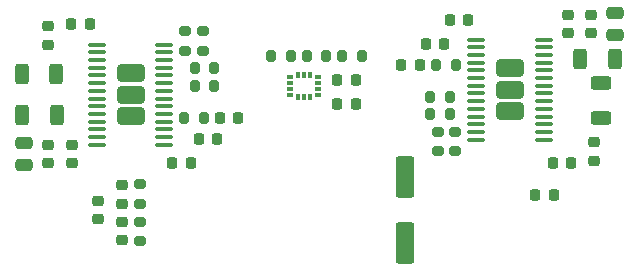
<source format=gbr>
%TF.GenerationSoftware,KiCad,Pcbnew,9.0.7*%
%TF.CreationDate,2026-01-26T16:26:35+01:00*%
%TF.ProjectId,Projet 6 KICAD CLS COMPLET,50726f6a-6574-4203-9620-4b4943414420,rev?*%
%TF.SameCoordinates,Original*%
%TF.FileFunction,Paste,Top*%
%TF.FilePolarity,Positive*%
%FSLAX46Y46*%
G04 Gerber Fmt 4.6, Leading zero omitted, Abs format (unit mm)*
G04 Created by KiCad (PCBNEW 9.0.7) date 2026-01-26 16:26:35*
%MOMM*%
%LPD*%
G01*
G04 APERTURE LIST*
G04 Aperture macros list*
%AMRoundRect*
0 Rectangle with rounded corners*
0 $1 Rounding radius*
0 $2 $3 $4 $5 $6 $7 $8 $9 X,Y pos of 4 corners*
0 Add a 4 corners polygon primitive as box body*
4,1,4,$2,$3,$4,$5,$6,$7,$8,$9,$2,$3,0*
0 Add four circle primitives for the rounded corners*
1,1,$1+$1,$2,$3*
1,1,$1+$1,$4,$5*
1,1,$1+$1,$6,$7*
1,1,$1+$1,$8,$9*
0 Add four rect primitives between the rounded corners*
20,1,$1+$1,$2,$3,$4,$5,0*
20,1,$1+$1,$4,$5,$6,$7,0*
20,1,$1+$1,$6,$7,$8,$9,0*
20,1,$1+$1,$8,$9,$2,$3,0*%
G04 Aperture macros list end*
%ADD10RoundRect,0.225000X0.225000X0.250000X-0.225000X0.250000X-0.225000X-0.250000X0.225000X-0.250000X0*%
%ADD11RoundRect,0.225000X0.250000X-0.225000X0.250000X0.225000X-0.250000X0.225000X-0.250000X-0.225000X0*%
%ADD12RoundRect,0.225000X-0.225000X-0.250000X0.225000X-0.250000X0.225000X0.250000X-0.225000X0.250000X0*%
%ADD13RoundRect,0.225000X-0.250000X0.225000X-0.250000X-0.225000X0.250000X-0.225000X0.250000X0.225000X0*%
%ADD14RoundRect,0.218750X0.256250X-0.218750X0.256250X0.218750X-0.256250X0.218750X-0.256250X-0.218750X0*%
%ADD15RoundRect,0.250000X0.475000X-0.250000X0.475000X0.250000X-0.475000X0.250000X-0.475000X-0.250000X0*%
%ADD16RoundRect,0.200000X0.275000X-0.200000X0.275000X0.200000X-0.275000X0.200000X-0.275000X-0.200000X0*%
%ADD17RoundRect,0.218750X-0.218750X-0.256250X0.218750X-0.256250X0.218750X0.256250X-0.218750X0.256250X0*%
%ADD18RoundRect,0.200000X-0.200000X-0.275000X0.200000X-0.275000X0.200000X0.275000X-0.200000X0.275000X0*%
%ADD19RoundRect,0.250000X-0.550000X1.500000X-0.550000X-1.500000X0.550000X-1.500000X0.550000X1.500000X0*%
%ADD20RoundRect,0.218750X-0.256250X0.218750X-0.256250X-0.218750X0.256250X-0.218750X0.256250X0.218750X0*%
%ADD21RoundRect,0.200000X-0.275000X0.200000X-0.275000X-0.200000X0.275000X-0.200000X0.275000X0.200000X0*%
%ADD22RoundRect,0.200000X0.200000X0.275000X-0.200000X0.275000X-0.200000X-0.275000X0.200000X-0.275000X0*%
%ADD23RoundRect,0.250000X-0.475000X0.250000X-0.475000X-0.250000X0.475000X-0.250000X0.475000X0.250000X0*%
%ADD24RoundRect,0.250000X0.900000X0.475000X-0.900000X0.475000X-0.900000X-0.475000X0.900000X-0.475000X0*%
%ADD25RoundRect,0.100000X0.637500X0.100000X-0.637500X0.100000X-0.637500X-0.100000X0.637500X-0.100000X0*%
%ADD26RoundRect,0.250000X0.312500X0.625000X-0.312500X0.625000X-0.312500X-0.625000X0.312500X-0.625000X0*%
%ADD27RoundRect,0.250000X-0.900000X-0.475000X0.900000X-0.475000X0.900000X0.475000X-0.900000X0.475000X0*%
%ADD28RoundRect,0.100000X-0.637500X-0.100000X0.637500X-0.100000X0.637500X0.100000X-0.637500X0.100000X0*%
%ADD29RoundRect,0.218750X0.218750X0.256250X-0.218750X0.256250X-0.218750X-0.256250X0.218750X-0.256250X0*%
%ADD30R,0.610000X0.350000*%
%ADD31R,0.350000X0.610000*%
%ADD32RoundRect,0.250000X-0.312500X-0.625000X0.312500X-0.625000X0.312500X0.625000X-0.312500X0.625000X0*%
%ADD33RoundRect,0.250000X-0.625000X0.312500X-0.625000X-0.312500X0.625000X-0.312500X0.625000X0.312500X0*%
G04 APERTURE END LIST*
D10*
%TO.C,C23*%
X109525000Y-55750000D03*
X107975000Y-55750000D03*
%TD*%
D11*
%TO.C,C22*%
X106000000Y-57525000D03*
X106000000Y-55975000D03*
%TD*%
%TO.C,C18*%
X110250000Y-72275000D03*
X110250000Y-70725000D03*
%TD*%
D12*
%TO.C,C15*%
X118775000Y-65475000D03*
X120325000Y-65475000D03*
%TD*%
D13*
%TO.C,C13*%
X108000000Y-65975000D03*
X108000000Y-67525000D03*
%TD*%
%TO.C,C12*%
X106000000Y-65975000D03*
X106000000Y-67525000D03*
%TD*%
D10*
%TO.C,C11*%
X141575000Y-55390983D03*
X140025000Y-55390983D03*
%TD*%
D11*
%TO.C,C9*%
X150000000Y-56525000D03*
X150000000Y-54975000D03*
%TD*%
%TO.C,C8*%
X152000000Y-56525000D03*
X152000000Y-54975000D03*
%TD*%
D10*
%TO.C,C7*%
X139537500Y-57425000D03*
X137987500Y-57425000D03*
%TD*%
D12*
%TO.C,C6*%
X148725000Y-67500000D03*
X150275000Y-67500000D03*
%TD*%
D13*
%TO.C,C5*%
X152250000Y-65775000D03*
X152250000Y-67325000D03*
%TD*%
D12*
%TO.C,C4*%
X147275000Y-70250000D03*
X148825000Y-70250000D03*
%TD*%
%TO.C,C3*%
X116525000Y-67500000D03*
X118075000Y-67500000D03*
%TD*%
%TO.C,C2*%
X130495000Y-62500000D03*
X132045000Y-62500000D03*
%TD*%
%TO.C,C1*%
X130503378Y-60500000D03*
X132053378Y-60500000D03*
%TD*%
D14*
%TO.C,D3*%
X112250000Y-74075000D03*
X112250000Y-72500000D03*
%TD*%
D15*
%TO.C,C14*%
X154000000Y-56700000D03*
X154000000Y-54800000D03*
%TD*%
D16*
%TO.C,R14*%
X113750000Y-71000000D03*
X113750000Y-69350000D03*
%TD*%
D17*
%TO.C,D1*%
X135925000Y-59250000D03*
X137500000Y-59250000D03*
%TD*%
D18*
%TO.C,R1*%
X138362500Y-63425000D03*
X140012500Y-63425000D03*
%TD*%
D19*
%TO.C,C10*%
X136250000Y-68700000D03*
X136250000Y-74300000D03*
%TD*%
D20*
%TO.C,D4*%
X112250000Y-69425000D03*
X112250000Y-71000000D03*
%TD*%
D21*
%TO.C,R15*%
X117612500Y-56400000D03*
X117612500Y-58050000D03*
%TD*%
D22*
%TO.C,R2*%
X140012500Y-61925000D03*
X138362500Y-61925000D03*
%TD*%
D23*
%TO.C,C16*%
X104000000Y-65800000D03*
X104000000Y-67700000D03*
%TD*%
D18*
%TO.C,R8*%
X118425000Y-59500000D03*
X120075000Y-59500000D03*
%TD*%
%TO.C,R6*%
X130920000Y-58500000D03*
X132570000Y-58500000D03*
%TD*%
D21*
%TO.C,R7*%
X139025000Y-64882408D03*
X139025000Y-66532408D03*
%TD*%
D24*
%TO.C,U2*%
X145137500Y-63125000D03*
X145137500Y-61325000D03*
X145137500Y-59525000D03*
D25*
X148000000Y-65550000D03*
X148000000Y-64900000D03*
X148000000Y-64250000D03*
X148000000Y-63600000D03*
X148000000Y-62950000D03*
X148000000Y-62300000D03*
X148000000Y-61650000D03*
X148000000Y-61000000D03*
X148000000Y-60350000D03*
X148000000Y-59700000D03*
X148000000Y-59050000D03*
X148000000Y-58400000D03*
X148000000Y-57750000D03*
X148000000Y-57100000D03*
X142275000Y-57100000D03*
X142275000Y-57750000D03*
X142275000Y-58400000D03*
X142275000Y-59050000D03*
X142275000Y-59700000D03*
X142275000Y-60350000D03*
X142275000Y-61000000D03*
X142275000Y-61650000D03*
X142275000Y-62300000D03*
X142275000Y-62950000D03*
X142275000Y-63600000D03*
X142275000Y-64250000D03*
X142275000Y-64900000D03*
X142275000Y-65550000D03*
%TD*%
D22*
%TO.C,R16*%
X120075000Y-61000000D03*
X118425000Y-61000000D03*
%TD*%
%TO.C,R4*%
X129570000Y-58500000D03*
X127920000Y-58500000D03*
%TD*%
D21*
%TO.C,R13*%
X113750000Y-72500000D03*
X113750000Y-74150000D03*
%TD*%
D26*
%TO.C,R18*%
X154000000Y-58750000D03*
X151075000Y-58750000D03*
%TD*%
D16*
%TO.C,R9*%
X119112500Y-58050000D03*
X119112500Y-56400000D03*
%TD*%
%TO.C,R3*%
X140492164Y-66532408D03*
X140492164Y-64882408D03*
%TD*%
D27*
%TO.C,U1*%
X113000000Y-59950000D03*
X113000000Y-61750000D03*
X113000000Y-63550000D03*
D28*
X110137500Y-57525000D03*
X110137500Y-58175000D03*
X110137500Y-58825000D03*
X110137500Y-59475000D03*
X110137500Y-60125000D03*
X110137500Y-60775000D03*
X110137500Y-61425000D03*
X110137500Y-62075000D03*
X110137500Y-62725000D03*
X110137500Y-63375000D03*
X110137500Y-64025000D03*
X110137500Y-64675000D03*
X110137500Y-65325000D03*
X110137500Y-65975000D03*
X115862500Y-65975000D03*
X115862500Y-65325000D03*
X115862500Y-64675000D03*
X115862500Y-64025000D03*
X115862500Y-63375000D03*
X115862500Y-62725000D03*
X115862500Y-62075000D03*
X115862500Y-61425000D03*
X115862500Y-60775000D03*
X115862500Y-60125000D03*
X115862500Y-59475000D03*
X115862500Y-58825000D03*
X115862500Y-58175000D03*
X115862500Y-57525000D03*
%TD*%
D22*
%TO.C,R5*%
X126570000Y-58500000D03*
X124920000Y-58500000D03*
%TD*%
D29*
%TO.C,D2*%
X122126557Y-63725778D03*
X120551557Y-63725778D03*
%TD*%
D18*
%TO.C,R19*%
X138875000Y-59250000D03*
X140525000Y-59250000D03*
%TD*%
D22*
%TO.C,R12*%
X119187500Y-63725000D03*
X117537500Y-63725000D03*
%TD*%
D30*
%TO.C,U3*%
X126500000Y-60250000D03*
X126500000Y-60750000D03*
X126500000Y-61250000D03*
X126500000Y-61750000D03*
D31*
X127160000Y-61910000D03*
X127660000Y-61910000D03*
X128160000Y-61910000D03*
D30*
X128820000Y-61750000D03*
X128820000Y-61250000D03*
X128820000Y-60750000D03*
X128820000Y-60250000D03*
D31*
X128160000Y-60090000D03*
X127660000Y-60090000D03*
X127160000Y-60090000D03*
%TD*%
D32*
%TO.C,R11*%
X103825000Y-63500000D03*
X106750000Y-63500000D03*
%TD*%
%TO.C,R10*%
X103787500Y-60000000D03*
X106712500Y-60000000D03*
%TD*%
D33*
%TO.C,R17*%
X152852941Y-60787500D03*
X152852941Y-63712500D03*
%TD*%
M02*

</source>
